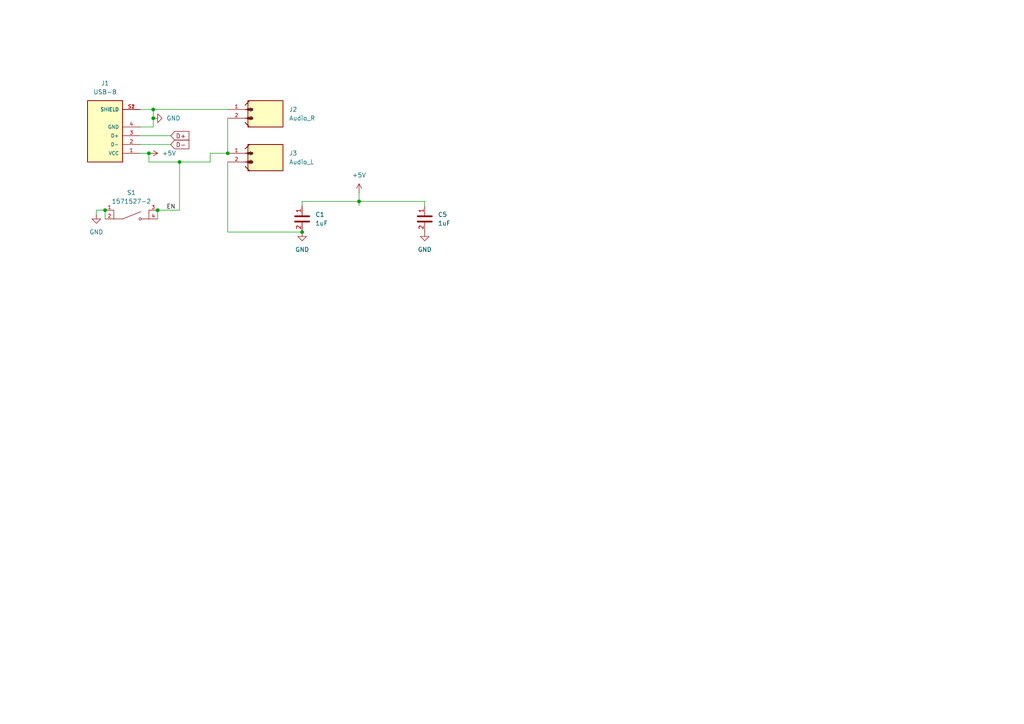
<source format=kicad_sch>
(kicad_sch (version 20231120) (generator "eeschema") (generator_version "8.0")
  (paper "A4")
  (lib_symbols
    (symbol "PVA_board:1571527-2" (pin_names (offset 1.016))
      (property "Reference" "S" (at -2.54 1.27 0))
      (property "Value" "1571527-2" (at -4.826 -2.54 0))
      (symbol "1571527-2_0_0"
        (polyline (pts (xy -2.54 -1.27) (xy -5.08 -1.27)) (stroke (width 0.1524)))
        (polyline (pts (xy -2.54 -1.27) (xy 2.794 0.8636)) (stroke (width 0.1524)))
        (polyline (pts (xy 5.08 -1.27) (xy 2.921 -1.27)) (stroke (width 0.1524)))
        (circle (center 2.54 -1.27) (radius 0.3302) (stroke (width 0.1524)))
        (pin passive line (at -7.62 1.27 0) (length 2.54) (name "~") (number "1"))
        (pin passive line (at -7.62 -1.27 0) (length 2.54) (name "~") (number "2"))
        (pin passive line (at 7.62 1.27 180) (length 2.54) (name "~") (number "3"))
        (pin passive line (at 7.62 -1.27 180) (length 2.54) (name "~") (number "4"))
      )
      (symbol "1571527-2_0_1"
        (polyline (pts (xy -5.08 1.27) (xy -5.08 -1.27)))
        (polyline (pts (xy 5.08 1.27) (xy 5.08 -1.27)))
      )
    )
    (symbol "PVA_board:B2B-PH" (pin_names (offset 1.016))
      (property "Reference" "J" (at -5.58 5.08 0))
      (property "Value" "B2B-PH" (at -3.048 -4.572 0))
      (symbol "B2B-PH_0_0"
        (rectangle (start -4.445 -0.3175) (end -2.8575 0.3175) (stroke (width 0.1)) (fill (type outline)))
        (rectangle (start -4.445 2.2225) (end -2.8575 2.8575) (stroke (width 0.1)) (fill (type outline)))
        (rectangle (start -4.2863 -2.54) (end 5.8738 5.08) (stroke (width 0.254)) (fill (type background)))
        (polyline (pts (xy -5.08 -1.27) (xy -3.81 -2.54)) (stroke (width 0.254)))
        (polyline (pts (xy -5.08 0) (xy -3.175 0)) (stroke (width 0.254)))
        (polyline (pts (xy -5.08 2.54) (xy -3.175 2.54)) (stroke (width 0.254)))
        (polyline (pts (xy -5.08 3.81) (xy -3.81 5.08)) (stroke (width 0.254)))
        (pin passive line (at -10.16 2.54 0) (length 5.08) (name "1") (number "1"))
        (pin passive line (at -10.16 0 0) (length 5.08) (name "2") (number "2"))
      )
    )
    (symbol "PVA_board:C"
      (property "Reference" "C" (at 0 0 0))
      (symbol "C_0_1"
        (polyline (pts (xy -0.762 3.048) (xy -0.762 7.112)) (stroke (width 0.508)))
        (polyline (pts (xy 0.762 3.048) (xy 0.762 7.112)) (stroke (width 0.508)))
      )
      (symbol "C_1_1"
        (pin passive line (at -3.81 5.08 0) (length 2.794) (name "~") (number "1"))
        (pin passive line (at 3.81 5.08 180) (length 2.794) (name "~") (number "2"))
      )
    )
    (symbol "PVA_board:USB-B" (pin_names (offset 1.016))
      (property "Reference" "J" (at -5.08 8.89 0))
      (property "Value" "USB-B" (at -5.08 -12.7 0))
      (symbol "USB-B_0_0"
        (rectangle (start -5.08 7.62) (end 5.08 -10.16) (stroke (width 0.254)) (fill (type background)))
        (pin power_in line (at -10.16 5.08 0) (length 5.08) (name "VCC") (number "1"))
        (pin bidirectional line (at -10.16 2.54 0) (length 5.08) (name "D-") (number "2"))
        (pin bidirectional line (at -10.16 0 0) (length 5.08) (name "D+") (number "3"))
        (pin power_in line (at -10.16 -2.54 0) (length 5.08) (name "GND") (number "4"))
        (pin passive line (at -10.16 -7.62 0) (length 5.08) (name "SHIELD") (number "S1"))
        (pin passive line (at -10.16 -7.62 0) (length 5.08) (name "SHIELD") (number "S2"))
      )
    )
    (symbol "power:+5V" (power) (pin_numbers hide) (pin_names (offset 0) hide)
      (property "Value" "+5V" (at 0 3.556 0))
      (symbol "+5V_0_1"
        (polyline (pts (xy -0.762 1.27) (xy 0 2.54)))
        (polyline (pts (xy 0 0) (xy 0 2.54)))
        (polyline (pts (xy 0 2.54) (xy 0.762 1.27)))
      )
      (symbol "+5V_1_1"
        (pin power_in line (at 0 0 90) (length 0) (name "~") (number "1"))
      )
    )
    (symbol "power:GND" (power) (pin_numbers hide) (pin_names (offset 0) hide)
      (property "Value" "GND" (at 0 -3.81 0))
      (symbol "GND_0_1"
        (polyline (pts (xy 0 0) (xy 0 -1.27) (xy 1.27 -1.27) (xy 0 -2.54) (xy -1.27 -1.27) (xy 0 -1.27)))
      )
      (symbol "GND_1_1"
        (pin power_in line (at 0 0 270) (length 0) (name "~") (number "1"))
      )
    )
  )
  (junction (at 44.45 34.29))
  (junction (at 45.72 60.96))
  (junction (at 104.14 58.42))
  (junction (at 43.18 44.45))
  (junction (at 52.07 46.99))
  (junction (at 66.04 44.45))
  (junction (at 87.63 67.31))
  (junction (at 44.45 31.75))
  (junction (at 30.48 60.96))
  (wire (pts (xy 40.64 41.91) (xy 49.53 41.91)))
  (wire (pts (xy 40.64 36.83) (xy 44.45 36.83)))
  (wire (pts (xy 66.04 46.99) (xy 66.04 67.31)))
  (wire (pts (xy 52.07 46.99) (xy 52.07 60.96)))
  (wire (pts (xy 60.96 44.45) (xy 66.04 44.45)))
  (wire (pts (xy 44.45 31.75) (xy 44.45 34.29)))
  (wire (pts (xy 60.96 46.99) (xy 60.96 44.45)))
  (wire (pts (xy 66.04 34.29) (xy 66.04 44.45)))
  (wire (pts (xy 30.48 60.96) (xy 27.94 60.96)))
  (wire (pts (xy 87.63 58.42) (xy 104.14 58.42)))
  (wire (pts (xy 52.07 46.99) (xy 60.96 46.99)))
  (wire (pts (xy 30.48 60.96) (xy 30.48 63.5)))
  (wire (pts (xy 66.04 67.31) (xy 87.63 67.31)))
  (wire (pts (xy 40.64 31.75) (xy 44.45 31.75)))
  (wire (pts (xy 45.72 60.96) (xy 52.07 60.96)))
  (wire (pts (xy 40.64 39.37) (xy 49.53 39.37)))
  (wire (pts (xy 104.14 58.42) (xy 123.19 58.42)))
  (wire (pts (xy 43.18 46.99) (xy 52.07 46.99)))
  (wire (pts (xy 123.19 59.69) (xy 123.19 58.42)))
  (wire (pts (xy 44.45 31.75) (xy 66.04 31.75)))
  (wire (pts (xy 40.64 44.45) (xy 43.18 44.45)))
  (wire (pts (xy 43.18 44.45) (xy 43.18 46.99)))
  (wire (pts (xy 45.72 60.96) (xy 45.72 63.5)))
  (wire (pts (xy 104.14 55.88) (xy 104.14 58.42)))
  (wire (pts (xy 87.63 59.69) (xy 87.63 58.42)))
  (wire (pts (xy 27.94 60.96) (xy 27.94 62.23)))
  (wire (pts (xy 44.45 36.83) (xy 44.45 34.29)))
  (wire (pts (xy 104.14 59.69) (xy 104.14 58.42)))
  (label "EN" (at 48.26 60.96 0))
  (global_label "D+" (shape input) (at 49.53 39.37 0) (property "Intersheetrefs" "${INTERSHEET_REFS}" (effects (hide yes))))
  (global_label "D-" (shape input) (at 49.53 41.91 0) (property "Intersheetrefs" "${INTERSHEET_REFS}" (effects (hide yes))))
  (symbol (lib_id "PVA_board:C") (at 118.11 63.5 270) (unit 1)
    (property "Reference" "C5" (at 127 62.2299 90) (effects (justify left)))
    (property "Value" "1uF" (at 127 64.7699 90) (effects (justify left)))
    (property "Footprint" "PVA_board:C-0805" (effects (hide yes)))
  )
  (symbol (lib_id "PVA_board:C") (at 82.55 63.5 270) (unit 1)
    (property "Reference" "C1" (at 91.44 62.2299 90) (effects (justify left)))
    (property "Value" "1uF" (at 91.44 64.7699 90) (effects (justify left)))
    (property "Footprint" "PVA_board:C-0805" (effects (hide yes)))
  )
  (symbol (lib_id "PVA_board:USB-B") (at 30.48 39.37 180) (unit 1)
    (property "Reference" "J1" (at 30.48 24.13 0))
    (property "Value" "USB-B" (at 30.48 26.67 0))
    (property "Footprint" "PVA_board:SAMTEC_USB-B-S-X-X-TH" (effects (hide yes)))
  )
  (symbol (lib_id "PVA_board:B2B-PH") (at 76.2 34.29 0) (unit 1)
    (property "Reference" "J2" (at 83.82 31.7499 0) (effects (justify left)))
    (property "Value" "Audio_R" (at 83.82 34.2899 0) (effects (justify left)))
    (property "Footprint" "PVA_board:JST_B2B-PH" (effects (hide yes)))
  )
  (symbol (lib_id "PVA_board:B2B-PH") (at 76.2 46.99 0) (unit 1)
    (property "Reference" "J3" (at 83.82 44.4499 0) (effects (justify left)))
    (property "Value" "Audio_L" (at 83.82 46.9899 0) (effects (justify left)))
    (property "Footprint" "PVA_board:JST_B2B-PH" (effects (hide yes)))
  )
  (symbol (lib_id "power:GND") (at 27.94 62.23 0) (unit 1)
    (property "Reference" "#PWR036" (effects (hide yes)))
    (property "Value" "GND" (at 27.94 67.31 0))
    (property "Description" "Power symbol creates a global label with name \"GND\" , ground" (effects (hide yes)))
  )
  (symbol (lib_id "PVA_board:1571527-2") (at 38.1 62.23 0) (unit 1)
    (property "Reference" "S1" (at 38.1 55.88 0))
    (property "Value" "1571527-2" (at 38.1 58.42 0))
    (property "Footprint" "PVA_board:SW_4pin_SMD" (effects (hide yes)))
  )
  (symbol (lib_id "power:GND") (at 87.63 67.31 0) (unit 1)
    (property "Reference" "#PWR04" (effects (hide yes)))
    (property "Value" "GND" (at 87.63 72.39 0))
    (property "Description" "Power symbol creates a global label with name \"GND\" , ground" (effects (hide yes)))
  )
  (symbol (lib_id "power:GND") (at 44.45 34.29 90) (unit 1)
    (property "Reference" "#PWR03" (effects (hide yes)))
    (property "Value" "GND" (at 48.26 34.2899 90) (effects (justify right)))
    (property "Description" "Power symbol creates a global label with name \"GND\" , ground" (effects (hide yes)))
  )
  (symbol (lib_id "power:+5V") (at 104.14 55.88 0) (unit 1)
    (property "Reference" "#PWR05" (effects (hide yes)))
    (property "Value" "+5V" (at 104.14 50.8 0))
    (property "Description" "Power symbol creates a global label with name \"+5V\"" (effects (hide yes)))
  )
  (symbol (lib_id "power:+5V") (at 43.18 44.45 270) (unit 1)
    (property "Reference" "#PWR01" (effects (hide yes)))
    (property "Value" "+5V" (at 46.99 44.4499 90) (effects (justify left)))
    (property "Description" "Power symbol creates a global label with name \"+5V\"" (effects (hide yes)))
  )
  (symbol (lib_id "power:GND") (at 123.19 67.31 0) (unit 1)
    (property "Reference" "#PWR07" (effects (hide yes)))
    (property "Value" "GND" (at 123.19 72.39 0))
    (property "Description" "Power symbol creates a global label with name \"GND\" , ground" (effects (hide yes)))
  )
)
</source>
